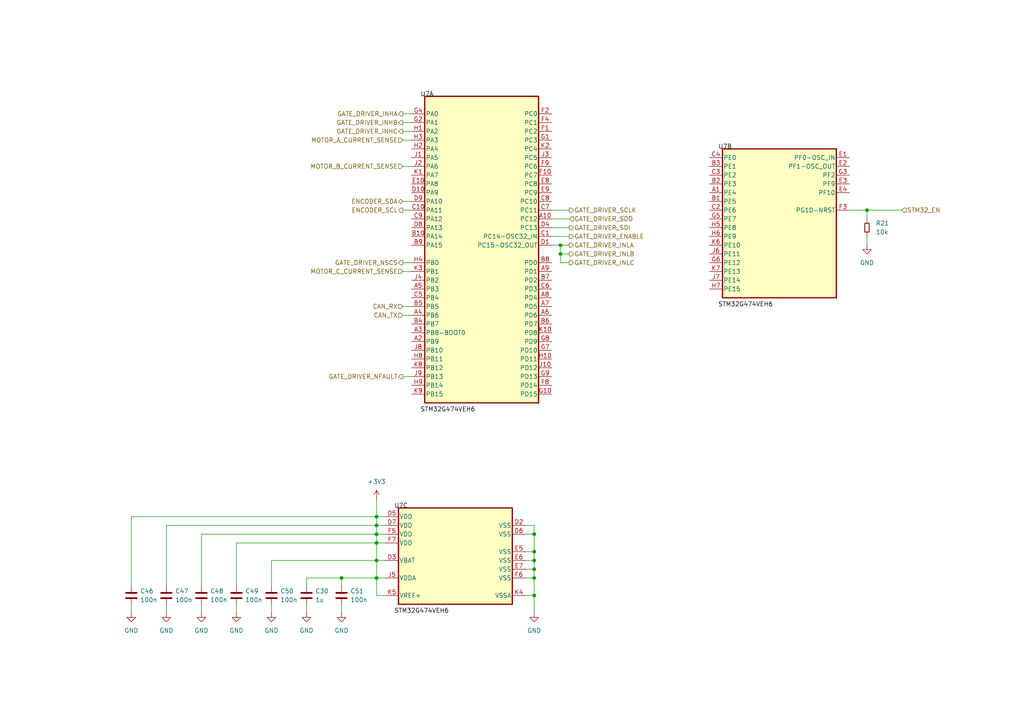
<source format=kicad_sch>
(kicad_sch (version 20250114) (generator "eeschema") (generator_version "9.0")
  (paper "A4")
  (lib_symbols
    (symbol "Device:C" (pin_numbers (hide yes)) (pin_names (offset 0.254))
      (property "Reference" "C" (at 0.635 2.54 0))
      (property "Value" "C" (at 0.635 -2.54 0))
      (symbol "C_0_1"
        (polyline (pts (xy -1.524 0.762) (xy 1.524 0.762)) (stroke (width 0.508)))
        (polyline (pts (xy -1.524 -0.762) (xy 1.524 -0.762)) (stroke (width 0.508)))
      )
      (symbol "C_1_1"
        (pin passive line (at 0 2.54 270) (length 1.524) (name "~") (number "1"))
        (pin passive line (at 0 -2.54 90) (length 1.524) (name "~") (number "2"))
      )
    )
    (symbol "Device:R" (pin_numbers (hide yes)) (pin_names (offset 0))
      (symbol "R_0_1"
        (rectangle (start -0.635 1.27) (end 0.635 -1.27) (stroke (width 0.254)))
      )
      (symbol "R_1_1"
        (pin passive line (at 0 2.54 270) (length 1.27) (name "~") (number "1"))
        (pin passive line (at 0 -2.54 90) (length 1.27) (name "~") (number "2"))
      )
    )
    (symbol "power:+3V3" (power) (pin_numbers (hide yes)) (pin_names (offset 0) (hide yes))
      (property "Value" "+3V3" (at 0 3.556 0))
      (symbol "+3V3_0_1"
        (polyline (pts (xy -0.762 1.27) (xy 0 2.54)))
        (polyline (pts (xy 0 2.54) (xy 0.762 1.27)))
        (polyline (pts (xy 0 0) (xy 0 2.54)))
      )
      (symbol "+3V3_1_1"
        (pin power_in line (at 0 0 90) (length 0) (name "~") (number "1"))
      )
    )
    (symbol "power:GND" (power) (pin_numbers (hide yes)) (pin_names (offset 0) (hide yes))
      (property "Value" "GND" (at 0 -3.81 0))
      (symbol "GND_0_1"
        (polyline (pts (xy 0 0) (xy 0 -1.27) (xy 1.27 -1.27) (xy 0 -2.54) (xy -1.27 -1.27) (xy 0 -1.27)))
      )
      (symbol "GND_1_1"
        (pin power_in line (at 0 0 270) (length 0) (name "~") (number "1"))
      )
    )
    (symbol "simplified_spincoater_v1:STM32G474VEH6" (pin_names (offset 0.254))
      (symbol "STM32G474VEH6_1_1"
        (rectangle (start 1.27 0) (end 34.29 -88.9) (stroke (width 0.381)) (fill (type background)))
        (pin bidirectional line (at -2.54 -5.08 0) (length 3.81) (name "PA0") (number "G4"))
        (pin bidirectional line (at -2.54 -7.62 0) (length 3.81) (name "PA1") (number "G2"))
        (pin bidirectional line (at -2.54 -10.16 0) (length 3.81) (name "PA2") (number "H1"))
        (pin bidirectional line (at -2.54 -12.7 0) (length 3.81) (name "PA3") (number "H3"))
        (pin bidirectional line (at -2.54 -15.24 0) (length 3.81) (name "PA4") (number "H2"))
        (pin bidirectional line (at -2.54 -17.78 0) (length 3.81) (name "PA5") (number "J1"))
        (pin bidirectional line (at -2.54 -20.32 0) (length 3.81) (name "PA6") (number "J2"))
        (pin bidirectional line (at -2.54 -22.86 0) (length 3.81) (name "PA7") (number "K1"))
        (pin bidirectional line (at -2.54 -25.4 0) (length 3.81) (name "PA8") (number "E10"))
        (pin bidirectional line (at -2.54 -27.94 0) (length 3.81) (name "PA9") (number "D10"))
        (pin bidirectional line (at -2.54 -30.48 0) (length 3.81) (name "PA10") (number "D9"))
        (pin bidirectional line (at -2.54 -33.02 0) (length 3.81) (name "PA11") (number "C10"))
        (pin bidirectional line (at -2.54 -35.56 0) (length 3.81) (name "PA12") (number "C9"))
        (pin bidirectional line (at -2.54 -38.1 0) (length 3.81) (name "PA13") (number "D8"))
        (pin bidirectional line (at -2.54 -40.64 0) (length 3.81) (name "PA14") (number "B10"))
        (pin bidirectional line (at -2.54 -43.18 0) (length 3.81) (name "PA15") (number "B9"))
        (pin bidirectional line (at -2.54 -48.26 0) (length 3.81) (name "PB0") (number "H4"))
        (pin bidirectional line (at -2.54 -50.8 0) (length 3.81) (name "PB1") (number "K3"))
        (pin bidirectional line (at -2.54 -53.34 0) (length 3.81) (name "PB2") (number "J4"))
        (pin bidirectional line (at -2.54 -55.88 0) (length 3.81) (name "PB3") (number "A5"))
        (pin bidirectional line (at -2.54 -58.42 0) (length 3.81) (name "PB4") (number "C5"))
        (pin bidirectional line (at -2.54 -60.96 0) (length 3.81) (name "PB5") (number "B5"))
        (pin bidirectional line (at -2.54 -63.5 0) (length 3.81) (name "PB6") (number "A4"))
        (pin bidirectional line (at -2.54 -66.04 0) (length 3.81) (name "PB7") (number "B4"))
        (pin bidirectional line (at -2.54 -68.58 0) (length 3.81) (name "PB8-BOOT0") (number "A3"))
        (pin bidirectional line (at -2.54 -71.12 0) (length 3.81) (name "PB9") (number "A2"))
        (pin bidirectional line (at -2.54 -73.66 0) (length 3.81) (name "PB10") (number "J8"))
        (pin bidirectional line (at -2.54 -76.2 0) (length 3.81) (name "PB11") (number "H8"))
        (pin bidirectional line (at -2.54 -78.74 0) (length 3.81) (name "PB12") (number "K8"))
        (pin bidirectional line (at -2.54 -81.28 0) (length 3.81) (name "PB13") (number "J9"))
        (pin bidirectional line (at -2.54 -83.82 0) (length 3.81) (name "PB14") (number "H9"))
        (pin bidirectional line (at -2.54 -86.36 0) (length 3.81) (name "PB15") (number "K9"))
        (pin bidirectional line (at 38.1 -5.08 180) (length 3.81) (name "PC0") (number "F2"))
        (pin bidirectional line (at 38.1 -7.62 180) (length 3.81) (name "PC1") (number "F4"))
        (pin bidirectional line (at 38.1 -10.16 180) (length 3.81) (name "PC2") (number "F1"))
        (pin bidirectional line (at 38.1 -12.7 180) (length 3.81) (name "PC3") (number "G1"))
        (pin bidirectional line (at 38.1 -15.24 180) (length 3.81) (name "PC4") (number "K2"))
        (pin bidirectional line (at 38.1 -17.78 180) (length 3.81) (name "PC5") (number "J3"))
        (pin bidirectional line (at 38.1 -20.32 180) (length 3.81) (name "PC6") (number "F9"))
        (pin bidirectional line (at 38.1 -22.86 180) (length 3.81) (name "PC7") (number "F10"))
        (pin bidirectional line (at 38.1 -25.4 180) (length 3.81) (name "PC8") (number "E8"))
        (pin bidirectional line (at 38.1 -27.94 180) (length 3.81) (name "PC9") (number "E9"))
        (pin bidirectional line (at 38.1 -30.48 180) (length 3.81) (name "PC10") (number "C8"))
        (pin bidirectional line (at 38.1 -33.02 180) (length 3.81) (name "PC11") (number "C7"))
        (pin bidirectional line (at 38.1 -35.56 180) (length 3.81) (name "PC12") (number "A10"))
        (pin bidirectional line (at 38.1 -38.1 180) (length 3.81) (name "PC13") (number "D4"))
        (pin bidirectional line (at 38.1 -40.64 180) (length 3.81) (name "PC14-OSC32_IN") (number "C1"))
        (pin bidirectional line (at 38.1 -43.18 180) (length 3.81) (name "PC15-OSC32_OUT") (number "D1"))
        (pin bidirectional line (at 38.1 -48.26 180) (length 3.81) (name "PD0") (number "B8"))
        (pin bidirectional line (at 38.1 -50.8 180) (length 3.81) (name "PD1") (number "A9"))
        (pin bidirectional line (at 38.1 -53.34 180) (length 3.81) (name "PD2") (number "B7"))
        (pin bidirectional line (at 38.1 -55.88 180) (length 3.81) (name "PD3") (number "C6"))
        (pin bidirectional line (at 38.1 -58.42 180) (length 3.81) (name "PD4") (number "A8"))
        (pin bidirectional line (at 38.1 -60.96 180) (length 3.81) (name "PD5") (number "A7"))
        (pin bidirectional line (at 38.1 -63.5 180) (length 3.81) (name "PD6") (number "A6"))
        (pin bidirectional line (at 38.1 -66.04 180) (length 3.81) (name "PD7") (number "B6"))
        (pin bidirectional line (at 38.1 -68.58 180) (length 3.81) (name "PD8") (number "K10"))
        (pin bidirectional line (at 38.1 -71.12 180) (length 3.81) (name "PD9") (number "G8"))
        (pin bidirectional line (at 38.1 -73.66 180) (length 3.81) (name "PD10") (number "G7"))
        (pin bidirectional line (at 38.1 -76.2 180) (length 3.81) (name "PD11") (number "H10"))
        (pin bidirectional line (at 38.1 -78.74 180) (length 3.81) (name "PD12") (number "J10"))
        (pin bidirectional line (at 38.1 -81.28 180) (length 3.81) (name "PD13") (number "G9"))
        (pin bidirectional line (at 38.1 -83.82 180) (length 3.81) (name "PD14") (number "F8"))
        (pin bidirectional line (at 38.1 -86.36 180) (length 3.81) (name "PD15") (number "G10"))
      )
      (symbol "STM32G474VEH6_2_1"
        (rectangle (start 1.27 0) (end 34.29 -43.18) (stroke (width 0.381)) (fill (type background)))
        (pin bidirectional line (at -2.54 -2.54 0) (length 3.81) (name "PE0") (number "C4"))
        (pin bidirectional line (at -2.54 -5.08 0) (length 3.81) (name "PE1") (number "B3"))
        (pin bidirectional line (at -2.54 -7.62 0) (length 3.81) (name "PE2") (number "C3"))
        (pin bidirectional line (at -2.54 -10.16 0) (length 3.81) (name "PE3") (number "B2"))
        (pin bidirectional line (at -2.54 -12.7 0) (length 3.81) (name "PE4") (number "A1"))
        (pin bidirectional line (at -2.54 -15.24 0) (length 3.81) (name "PE5") (number "B1"))
        (pin bidirectional line (at -2.54 -17.78 0) (length 3.81) (name "PE6") (number "C2"))
        (pin bidirectional line (at -2.54 -20.32 0) (length 3.81) (name "PE7") (number "G5"))
        (pin bidirectional line (at -2.54 -22.86 0) (length 3.81) (name "PE8") (number "H5"))
        (pin bidirectional line (at -2.54 -25.4 0) (length 3.81) (name "PE9") (number "H6"))
        (pin bidirectional line (at -2.54 -27.94 0) (length 3.81) (name "PE10") (number "K6"))
        (pin bidirectional line (at -2.54 -30.48 0) (length 3.81) (name "PE11") (number "J6"))
        (pin bidirectional line (at -2.54 -33.02 0) (length 3.81) (name "PE12") (number "G6"))
        (pin bidirectional line (at -2.54 -35.56 0) (length 3.81) (name "PE13") (number "K7"))
        (pin bidirectional line (at -2.54 -38.1 0) (length 3.81) (name "PE14") (number "J7"))
        (pin bidirectional line (at -2.54 -40.64 0) (length 3.81) (name "PE15") (number "H7"))
        (pin bidirectional line (at 38.1 -2.54 180) (length 3.81) (name "PF0-OSC_IN") (number "E1"))
        (pin bidirectional line (at 38.1 -5.08 180) (length 3.81) (name "PF1-OSC_OUT") (number "E2"))
        (pin bidirectional line (at 38.1 -7.62 180) (length 3.81) (name "PF2") (number "G3"))
        (pin bidirectional line (at 38.1 -10.16 180) (length 3.81) (name "PF9") (number "E3"))
        (pin bidirectional line (at 38.1 -12.7 180) (length 3.81) (name "PF10") (number "E4"))
        (pin bidirectional line (at 38.1 -17.78 180) (length 3.81) (name "PG10-NRST") (number "F3"))
      )
      (symbol "STM32G474VEH6_3_1"
        (rectangle (start 1.27 0) (end 34.29 -27.94) (stroke (width 0.381)) (fill (type background)))
        (pin power_in line (at -2.54 -2.54 0) (length 3.81) (name "VDD") (number "D5"))
        (pin power_in line (at -2.54 -5.08 0) (length 3.81) (name "VDD") (number "D7"))
        (pin power_in line (at -2.54 -7.62 0) (length 3.81) (name "VDD") (number "F5"))
        (pin power_in line (at -2.54 -10.16 0) (length 3.81) (name "VDD") (number "F7"))
        (pin power_in line (at -2.54 -15.24 0) (length 3.81) (name "VBAT") (number "D3"))
        (pin power_in line (at -2.54 -20.32 0) (length 3.81) (name "VDDA") (number "J5"))
        (pin power_in line (at -2.54 -25.4 0) (length 3.81) (name "VREF+") (number "K5"))
        (pin power_in line (at 38.1 -5.08 180) (length 3.81) (name "VSS") (number "D2"))
        (pin power_in line (at 38.1 -7.62 180) (length 3.81) (name "VSS") (number "D6"))
        (pin power_in line (at 38.1 -12.7 180) (length 3.81) (name "VSS") (number "E5"))
        (pin power_in line (at 38.1 -15.24 180) (length 3.81) (name "VSS") (number "E6"))
        (pin power_in line (at 38.1 -17.78 180) (length 3.81) (name "VSS") (number "E7"))
        (pin power_in line (at 38.1 -20.32 180) (length 3.81) (name "VSS") (number "F6"))
        (pin power_in line (at 38.1 -25.4 180) (length 3.81) (name "VSSA") (number "K4"))
      )
    )
  )
  (junction (at 162.56 73.66))
  (junction (at 109.22 152.4))
  (junction (at 109.22 154.94))
  (junction (at 154.94 172.72))
  (junction (at 109.22 162.56))
  (junction (at 154.94 165.1))
  (junction (at 154.94 167.64))
  (junction (at 154.94 160.02))
  (junction (at 99.06 167.64))
  (junction (at 109.22 149.86))
  (junction (at 109.22 167.64))
  (junction (at 251.46 60.96))
  (junction (at 154.94 162.56))
  (junction (at 109.22 157.48))
  (junction (at 162.56 71.12))
  (junction (at 154.94 154.94))
  (wire (pts (xy 111.76 167.64) (xy 109.22 167.64)))
  (wire (pts (xy 160.02 71.12) (xy 162.56 71.12)))
  (wire (pts (xy 154.94 167.64) (xy 154.94 172.72)))
  (wire (pts (xy 109.22 152.4) (xy 109.22 154.94)))
  (wire (pts (xy 78.74 170.18) (xy 78.74 162.56)))
  (wire (pts (xy 109.22 162.56) (xy 109.22 167.64)))
  (wire (pts (xy 58.42 154.94) (xy 109.22 154.94)))
  (wire (pts (xy 116.84 76.2) (xy 119.38 76.2)))
  (wire (pts (xy 165.1 71.12) (xy 162.56 71.12)))
  (wire (pts (xy 68.58 170.18) (xy 68.58 157.48)))
  (wire (pts (xy 119.38 60.96) (xy 116.84 60.96)))
  (wire (pts (xy 111.76 172.72) (xy 109.22 172.72)))
  (wire (pts (xy 154.94 162.56) (xy 154.94 165.1)))
  (wire (pts (xy 38.1 170.18) (xy 38.1 149.86)))
  (wire (pts (xy 109.22 144.78) (xy 109.22 149.86)))
  (wire (pts (xy 152.4 167.64) (xy 154.94 167.64)))
  (wire (pts (xy 116.84 38.1) (xy 119.38 38.1)))
  (wire (pts (xy 162.56 76.2) (xy 162.56 73.66)))
  (wire (pts (xy 109.22 149.86) (xy 109.22 152.4)))
  (wire (pts (xy 58.42 170.18) (xy 58.42 154.94)))
  (wire (pts (xy 154.94 177.8) (xy 154.94 172.72)))
  (wire (pts (xy 68.58 157.48) (xy 109.22 157.48)))
  (wire (pts (xy 88.9 170.18) (xy 88.9 167.64)))
  (wire (pts (xy 160.02 66.04) (xy 165.1 66.04)))
  (wire (pts (xy 154.94 165.1) (xy 154.94 167.64)))
  (wire (pts (xy 152.4 152.4) (xy 154.94 152.4)))
  (wire (pts (xy 154.94 172.72) (xy 152.4 172.72)))
  (wire (pts (xy 116.84 109.22) (xy 119.38 109.22)))
  (wire (pts (xy 116.84 35.56) (xy 119.38 35.56)))
  (wire (pts (xy 154.94 154.94) (xy 154.94 160.02)))
  (wire (pts (xy 246.38 60.96) (xy 251.46 60.96)))
  (wire (pts (xy 78.74 175.26) (xy 78.74 177.8)))
  (wire (pts (xy 152.4 162.56) (xy 154.94 162.56)))
  (wire (pts (xy 88.9 167.64) (xy 99.06 167.64)))
  (wire (pts (xy 251.46 60.96) (xy 251.46 63.5)))
  (wire (pts (xy 119.38 58.42) (xy 116.84 58.42)))
  (wire (pts (xy 48.26 170.18) (xy 48.26 152.4)))
  (wire (pts (xy 48.26 175.26) (xy 48.26 177.8)))
  (wire (pts (xy 154.94 160.02) (xy 154.94 162.56)))
  (wire (pts (xy 116.84 40.64) (xy 119.38 40.64)))
  (wire (pts (xy 109.22 154.94) (xy 111.76 154.94)))
  (wire (pts (xy 48.26 152.4) (xy 109.22 152.4)))
  (wire (pts (xy 152.4 160.02) (xy 154.94 160.02)))
  (wire (pts (xy 88.9 175.26) (xy 88.9 177.8)))
  (wire (pts (xy 109.22 157.48) (xy 109.22 162.56)))
  (wire (pts (xy 251.46 68.58) (xy 251.46 71.12)))
  (wire (pts (xy 152.4 165.1) (xy 154.94 165.1)))
  (wire (pts (xy 116.84 91.44) (xy 119.38 91.44)))
  (wire (pts (xy 165.1 76.2) (xy 162.56 76.2)))
  (wire (pts (xy 116.84 78.74) (xy 119.38 78.74)))
  (wire (pts (xy 99.06 167.64) (xy 109.22 167.64)))
  (wire (pts (xy 109.22 162.56) (xy 111.76 162.56)))
  (wire (pts (xy 99.06 175.26) (xy 99.06 177.8)))
  (wire (pts (xy 78.74 162.56) (xy 109.22 162.56)))
  (wire (pts (xy 38.1 175.26) (xy 38.1 177.8)))
  (wire (pts (xy 109.22 167.64) (xy 109.22 172.72)))
  (wire (pts (xy 109.22 157.48) (xy 111.76 157.48)))
  (wire (pts (xy 38.1 149.86) (xy 109.22 149.86)))
  (wire (pts (xy 116.84 88.9) (xy 119.38 88.9)))
  (wire (pts (xy 109.22 149.86) (xy 111.76 149.86)))
  (wire (pts (xy 152.4 154.94) (xy 154.94 154.94)))
  (wire (pts (xy 116.84 33.02) (xy 119.38 33.02)))
  (wire (pts (xy 154.94 152.4) (xy 154.94 154.94)))
  (wire (pts (xy 109.22 154.94) (xy 109.22 157.48)))
  (wire (pts (xy 160.02 68.58) (xy 165.1 68.58)))
  (wire (pts (xy 58.42 175.26) (xy 58.42 177.8)))
  (wire (pts (xy 116.84 48.26) (xy 119.38 48.26)))
  (wire (pts (xy 251.46 60.96) (xy 261.62 60.96)))
  (wire (pts (xy 162.56 71.12) (xy 162.56 73.66)))
  (wire (pts (xy 68.58 175.26) (xy 68.58 177.8)))
  (wire (pts (xy 160.02 60.96) (xy 165.1 60.96)))
  (wire (pts (xy 162.56 73.66) (xy 165.1 73.66)))
  (wire (pts (xy 99.06 170.18) (xy 99.06 167.64)))
  (wire (pts (xy 109.22 152.4) (xy 111.76 152.4)))
  (wire (pts (xy 160.02 63.5) (xy 165.1 63.5)))
  (hierarchical_label "GATE_DRIVER_INHA" (shape output) (at 116.84 33.02 180))
  (hierarchical_label "GATE_DRIVER_SDI" (shape output) (at 165.1 66.04 0))
  (hierarchical_label "ENCODER_SCL" (shape output) (at 116.84 60.96 180))
  (hierarchical_label "CAN_TX" (shape input) (at 116.84 91.44 180))
  (hierarchical_label "GATE_DRIVER_INHB" (shape output) (at 116.84 35.56 180))
  (hierarchical_label "CAN_RX" (shape input) (at 116.84 88.9 180))
  (hierarchical_label "GATE_DRIVER_INHC" (shape output) (at 116.84 38.1 180))
  (hierarchical_label "MOTOR_B_CURRENT_SENSE" (shape input) (at 116.84 48.26 180))
  (hierarchical_label "GATE_DRIVER_INLA" (shape output) (at 165.1 71.12 0))
  (hierarchical_label "GATE_DRIVER_NFAULT" (shape output) (at 116.84 109.22 180))
  (hierarchical_label "GATE_DRIVER_ENABLE" (shape output) (at 165.1 68.58 0))
  (hierarchical_label "GATE_DRIVER_SDO" (shape input) (at 165.1 63.5 0))
  (hierarchical_label "GATE_DRIVER_NSCS" (shape output) (at 116.84 76.2 180))
  (hierarchical_label "MOTOR_C_CURRENT_SENSE" (shape input) (at 116.84 78.74 180))
  (hierarchical_label "ENCODER_SDA" (shape bidirectional) (at 116.84 58.42 180))
  (hierarchical_label "STM32_EN" (shape input) (at 261.62 60.96 0))
  (hierarchical_label "GATE_DRIVER_INLC" (shape output) (at 165.1 76.2 0))
  (hierarchical_label "GATE_DRIVER_INLB" (shape output) (at 165.1 73.66 0))
  (hierarchical_label "GATE_DRIVER_SCLK" (shape output) (at 165.1 60.96 0))
  (hierarchical_label "MOTOR_A_CURRENT_SENSE" (shape input) (at 116.84 40.64 180))
  (symbol (lib_id "Device:C") (at 88.9 172.72 0) (unit 1)
    (property "Reference" "C30" (at 91.44 171.4499 0) (effects (justify left)))
    (property "Value" "1u" (at 91.44 173.9899 0) (effects (justify left)))
    (property "Footprint" "Capacitor_SMD:C_0402_1005Metric" (effects (hide yes)))
    (property "Description" "MLCC" (effects (hide yes)))
    (property "Manufacturer" "Murata Electronics" (effects (hide yes)))
    (property "Manufacturer Part Number" "GRM155R61H105KE05D" (effects (hide yes)))
  )
  (symbol (lib_id "power:GND") (at 154.94 177.8 0) (unit 1)
    (property "Reference" "#PWR042" (effects (hide yes)))
    (property "Value" "GND" (at 154.94 182.88 0))
    (property "Description" "Power symbol creates a global label with name \"GND\" , ground" (effects (hide yes)))
  )
  (symbol (lib_id "power:GND") (at 251.46 71.12 0) (unit 1)
    (property "Reference" "#PWR050" (effects (hide yes)))
    (property "Value" "GND" (at 251.46 76.2 0))
    (property "Description" "Power symbol creates a global label with name \"GND\" , ground" (effects (hide yes)))
  )
  (symbol (lib_id "power:GND") (at 78.74 177.8 0) (unit 1)
    (property "Reference" "#PWR045" (effects (hide yes)))
    (property "Value" "GND" (at 78.74 182.88 0))
    (property "Description" "Power symbol creates a global label with name \"GND\" , ground" (effects (hide yes)))
  )
  (symbol (lib_id "power:GND") (at 58.42 177.8 0) (unit 1)
    (property "Reference" "#PWR047" (effects (hide yes)))
    (property "Value" "GND" (at 58.42 182.88 0))
    (property "Description" "Power symbol creates a global label with name \"GND\" , ground" (effects (hide yes)))
  )
  (symbol (lib_id "power:GND") (at 99.06 177.8 0) (unit 1)
    (property "Reference" "#PWR043" (effects (hide yes)))
    (property "Value" "GND" (at 99.06 182.88 0))
    (property "Description" "Power symbol creates a global label with name \"GND\" , ground" (effects (hide yes)))
  )
  (symbol (lib_id "power:GND") (at 38.1 177.8 0) (unit 1)
    (property "Reference" "#PWR049" (effects (hide yes)))
    (property "Value" "GND" (at 38.1 182.88 0))
    (property "Description" "Power symbol creates a global label with name \"GND\" , ground" (effects (hide yes)))
  )
  (symbol (lib_id "power:GND") (at 68.58 177.8 0) (unit 1)
    (property "Reference" "#PWR046" (effects (hide yes)))
    (property "Value" "GND" (at 68.58 182.88 0))
    (property "Description" "Power symbol creates a global label with name \"GND\" , ground" (effects (hide yes)))
  )
  (symbol (lib_id "Device:C") (at 58.42 172.72 0) (unit 1)
    (property "Reference" "C48" (at 60.96 171.4499 0) (effects (justify left)))
    (property "Value" "100n" (at 60.96 173.9899 0) (effects (justify left)))
    (property "Footprint" "Capacitor_SMD:C_0402_1005Metric" (effects (hide yes)))
    (property "Description" "MLCC" (effects (hide yes)))
    (property "Manufacturer" "Murata Electronics" (effects (hide yes)))
    (property "Manufacturer Part Number" "GRM155R62A104ME14D" (effects (hide yes)))
  )
  (symbol (lib_id "simplified_spincoater_v1:STM32G474VEH6") (at 121.92 27.94 0) (unit 1)
    (property "Reference" "U7" (at 121.92 27.94 0) (effects (justify left bottom)))
    (property "Value" "STM32G474VEH6" (at 121.92 119.38 0) (effects (justify left bottom)))
    (property "Footprint" "simplified_spincoater_v1:STM32G474VEH6" (effects (hide yes)))
    (property "Datasheet" "kicad-embed://STM32G474VEH6.pdf" (effects (hide yes)))
    (property "Manufacturer" "STMicroelectronics" (effects (hide yes)))
    (property "Manufacturer Part Number" "STM32G474VEH6" (effects (hide yes)))
  )
  (symbol (lib_id "Device:C") (at 99.06 172.72 0) (unit 1)
    (property "Reference" "C51" (at 101.6 171.4499 0) (effects (justify left)))
    (property "Value" "100n" (at 101.6 173.9899 0) (effects (justify left)))
    (property "Footprint" "Capacitor_SMD:C_0402_1005Metric" (effects (hide yes)))
    (property "Description" "MLCC" (effects (hide yes)))
    (property "Manufacturer" "Murata Electronics" (effects (hide yes)))
    (property "Manufacturer Part Number" "GRM155R62A104ME14D" (effects (hide yes)))
  )
  (symbol (lib_id "power:GND") (at 88.9 177.8 0) (unit 1)
    (property "Reference" "#PWR044" (effects (hide yes)))
    (property "Value" "GND" (at 88.9 182.88 0))
    (property "Description" "Power symbol creates a global label with name \"GND\" , ground" (effects (hide yes)))
  )
  (symbol (lib_id "simplified_spincoater_v1:STM32G474VEH6") (at 114.3 147.32 0) (unit 3)
    (property "Reference" "U7" (at 114.3 147.32 0) (effects (justify left bottom)))
    (property "Value" "STM32G474VEH6" (at 114.3 177.8 0) (effects (justify left bottom)))
    (property "Footprint" "simplified_spincoater_v1:STM32G474VEH6" (effects (hide yes)))
    (property "Datasheet" "kicad-embed://STM32G474VEH6.pdf" (effects (hide yes)))
    (property "Manufacturer" "STMicroelectronics" (effects (hide yes)))
    (property "Manufacturer Part Number" "STM32G474VEH6" (effects (hide yes)))
  )
  (symbol (lib_id "Device:R") (at 251.46 66.04 0) (unit 1)
    (property "Reference" "R21" (at 254 64.7699 0) (effects (justify left)))
    (property "Value" "10k" (at 254 67.3099 0) (effects (justify left)))
    (property "Footprint" "Resistor_SMD:R_0402_1005Metric" (effects (hide yes)))
    (property "Description" "Resistor" (effects (hide yes)))
    (property "Manufacturer" "YAGEO" (effects (hide yes)))
    (property "Manufacturer Part Number" "RC0402FR-0710KL" (effects (hide yes)))
  )
  (symbol (lib_id "Device:C") (at 48.26 172.72 0) (unit 1)
    (property "Reference" "C47" (at 50.8 171.4499 0) (effects (justify left)))
    (property "Value" "100n" (at 50.8 173.9899 0) (effects (justify left)))
    (property "Footprint" "Capacitor_SMD:C_0402_1005Metric" (effects (hide yes)))
    (property "Description" "MLCC" (effects (hide yes)))
    (property "Manufacturer" "Murata Electronics" (effects (hide yes)))
    (property "Manufacturer Part Number" "GRM155R62A104ME14D" (effects (hide yes)))
  )
  (symbol (lib_id "Device:C") (at 38.1 172.72 0) (unit 1)
    (property "Reference" "C46" (at 40.64 171.4499 0) (effects (justify left)))
    (property "Value" "100n" (at 40.64 173.9899 0) (effects (justify left)))
    (property "Footprint" "Capacitor_SMD:C_0402_1005Metric" (effects (hide yes)))
    (property "Description" "MLCC" (effects (hide yes)))
    (property "Manufacturer" "Murata Electronics" (effects (hide yes)))
    (property "Manufacturer Part Number" "GRM155R62A104ME14D" (effects (hide yes)))
  )
  (symbol (lib_id "simplified_spincoater_v1:STM32G474VEH6") (at 208.28 43.18 0) (unit 2)
    (property "Reference" "U7" (at 208.28 43.18 0) (effects (justify left bottom)))
    (property "Value" "STM32G474VEH6" (at 208.28 88.9 0) (effects (justify left bottom)))
    (property "Footprint" "simplified_spincoater_v1:STM32G474VEH6" (effects (hide yes)))
    (property "Datasheet" "kicad-embed://STM32G474VEH6.pdf" (effects (hide yes)))
    (property "Manufacturer" "STMicroelectronics" (effects (hide yes)))
    (property "Manufacturer Part Number" "STM32G474VEH6" (effects (hide yes)))
  )
  (symbol (lib_id "Device:C") (at 78.74 172.72 0) (unit 1)
    (property "Reference" "C50" (at 81.28 171.4499 0) (effects (justify left)))
    (property "Value" "100n" (at 81.28 173.9899 0) (effects (justify left)))
    (property "Footprint" "Capacitor_SMD:C_0402_1005Metric" (effects (hide yes)))
    (property "Description" "MLCC" (effects (hide yes)))
    (property "Manufacturer" "Murata Electronics" (effects (hide yes)))
    (property "Manufacturer Part Number" "GRM155R62A104ME14D" (effects (hide yes)))
  )
  (symbol (lib_id "power:+3V3") (at 109.22 144.78 0) (unit 1)
    (property "Reference" "#PWR041" (effects (hide yes)))
    (property "Value" "+3V3" (at 109.22 139.7 0))
    (property "Description" "Power symbol creates a global label with name \"+3V3\"" (effects (hide yes)))
  )
  (symbol (lib_id "power:GND") (at 48.26 177.8 0) (unit 1)
    (property "Reference" "#PWR048" (effects (hide yes)))
    (property "Value" "GND" (at 48.26 182.88 0))
    (property "Description" "Power symbol creates a global label with name \"GND\" , ground" (effects (hide yes)))
  )
  (symbol (lib_id "Device:C") (at 68.58 172.72 0) (unit 1)
    (property "Reference" "C49" (at 71.12 171.4499 0) (effects (justify left)))
    (property "Value" "100n" (at 71.12 173.9899 0) (effects (justify left)))
    (property "Footprint" "Capacitor_SMD:C_0402_1005Metric" (effects (hide yes)))
    (property "Description" "MLCC" (effects (hide yes)))
    (property "Manufacturer" "Murata Electronics" (effects (hide yes)))
    (property "Manufacturer Part Number" "GRM155R62A104ME14D" (effects (hide yes)))
  )
)
</source>
